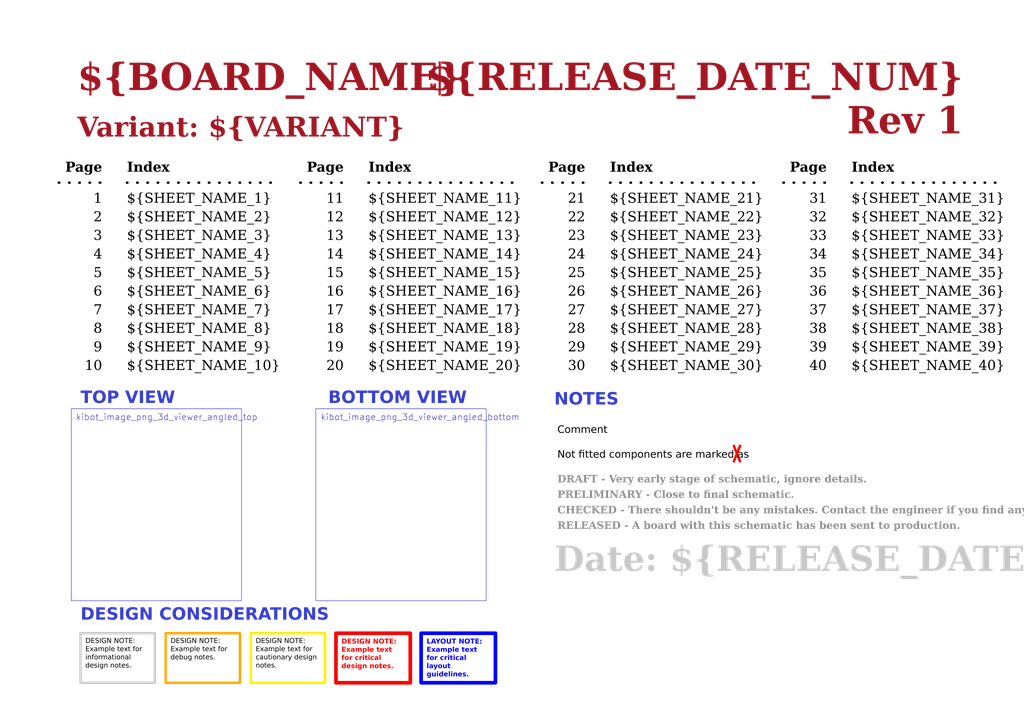
<source format=kicad_sch>
(kicad_sch
	(version 20250114)
	(generator "eeschema")
	(generator_version "9.0")
	(uuid "d5742f03-3b1a-42e5-a384-018bd4b919aa")
	(paper "A3")
	(title_block
		(title "Template")
		(date "2025-12-19")
		(rev "1")
		(company "${COMPANY}")
	)
	(lib_symbols)
	(text "Variant: ${VARIANT}"
		(exclude_from_sim no)
		(at 31.75 59.69 0)
		(effects
			(font
				(face "Times New Roman")
				(size 8 8)
				(thickness 1)
				(bold yes)
				(color 162 22 34 1)
			)
			(justify left bottom)
		)
		(uuid "000ea912-7563-47e5-be4a-8607b961f825")
	)
	(text "RELEASED - A board with this schematic has been sent to production."
		(exclude_from_sim no)
		(at 228.6 218.44 0)
		(effects
			(font
				(face "Times New Roman")
				(size 3 3)
				(thickness 0.6)
				(bold yes)
				(color 140 140 140 1)
			)
			(justify left bottom)
		)
		(uuid "03a9de87-2a7c-40cc-8949-62aed018c019")
	)
	(text "${SHEET_NAME_24}"
		(exclude_from_sim no)
		(at 250.19 107.95 0)
		(effects
			(font
				(face "Times New Roman")
				(size 4 4)
				(color 0 0 0 1)
			)
			(justify left bottom)
			(href "#24")
		)
		(uuid "04fbc6ba-89e3-4184-a4b7-fc2494e97db7")
	)
	(text "20"
		(exclude_from_sim no)
		(at 140.97 153.67 0)
		(effects
			(font
				(face "Times New Roman")
				(size 4 4)
				(color 0 0 0 1)
			)
			(justify right bottom)
			(href "#20")
		)
		(uuid "06737dca-d4ba-435b-b1f2-d66691a0395e")
	)
	(text "25"
		(exclude_from_sim no)
		(at 240.03 115.57 0)
		(effects
			(font
				(face "Times New Roman")
				(size 4 4)
				(color 0 0 0 1)
			)
			(justify right bottom)
			(href "#25")
		)
		(uuid "08a32c22-6c93-4ab9-b845-4fe7f3ebca4d")
	)
	(text "Index"
		(exclude_from_sim no)
		(at 250.19 72.39 0)
		(effects
			(font
				(face "Times New Roman")
				(size 4 4)
				(bold yes)
				(color 0 0 0 1)
			)
			(justify left bottom)
		)
		(uuid "092e98e3-7957-434d-bfdd-b05263750684")
	)
	(text "Page"
		(exclude_from_sim no)
		(at 339.09 72.39 0)
		(effects
			(font
				(face "Times New Roman")
				(size 4 4)
				(bold yes)
				(color 0 0 0 1)
			)
			(justify right bottom)
		)
		(uuid "0a07419b-7688-4fe8-adeb-f976a8f4a761")
	)
	(text "13"
		(exclude_from_sim no)
		(at 140.97 100.33 0)
		(effects
			(font
				(face "Times New Roman")
				(size 4 4)
				(color 0 0 0 1)
			)
			(justify right bottom)
			(href "#13")
		)
		(uuid "0b63ff41-ef0b-4d81-be02-d672d6e4da8d")
	)
	(text "33"
		(exclude_from_sim no)
		(at 339.09 100.33 0)
		(effects
			(font
				(face "Times New Roman")
				(size 4 4)
				(color 0 0 0 1)
			)
			(justify right bottom)
			(href "#33")
		)
		(uuid "1009d74b-dab5-4621-8c04-f00d978fa044")
	)
	(text "PRELIMINARY - Close to final schematic."
		(exclude_from_sim no)
		(at 228.6 205.74 0)
		(effects
			(font
				(face "Times New Roman")
				(size 3 3)
				(thickness 0.6)
				(bold yes)
				(color 140 140 140 1)
			)
			(justify left bottom)
		)
		(uuid "11442418-ba27-4cbf-a7e2-cc6ed9935eb1")
	)
	(text "${SHEET_NAME_22}"
		(exclude_from_sim no)
		(at 250.19 92.71 0)
		(effects
			(font
				(face "Times New Roman")
				(size 4 4)
				(color 0 0 0 1)
			)
			(justify left bottom)
			(href "#22")
		)
		(uuid "1344757b-e41f-4e80-947b-0a2035b4fce9")
	)
	(text "40"
		(exclude_from_sim no)
		(at 339.09 153.67 0)
		(effects
			(font
				(face "Times New Roman")
				(size 4 4)
				(color 0 0 0 1)
			)
			(justify right bottom)
			(href "#40")
		)
		(uuid "1b2709b1-c0f7-4254-8da7-5631857d3853")
	)
	(text "26"
		(exclude_from_sim no)
		(at 240.03 123.19 0)
		(effects
			(font
				(face "Times New Roman")
				(size 4 4)
				(color 0 0 0 1)
			)
			(justify right bottom)
			(href "#26")
		)
		(uuid "1bb2d49c-6a01-4c39-832a-e9c7a051f092")
	)
	(text "7"
		(exclude_from_sim no)
		(at 41.91 130.81 0)
		(effects
			(font
				(face "Times New Roman")
				(size 4 4)
				(color 0 0 0 1)
			)
			(justify right bottom)
			(href "#7")
		)
		(uuid "1c576109-caea-431e-8644-8543de749b79")
	)
	(text "11"
		(exclude_from_sim no)
		(at 140.97 85.09 0)
		(effects
			(font
				(face "Times New Roman")
				(size 4 4)
				(color 0 0 0 1)
			)
			(justify right bottom)
			(href "#11")
		)
		(uuid "22628abe-bb8c-4ca9-a559-3456e08ce477")
	)
	(text "DRAFT - Very early stage of schematic, ignore details."
		(exclude_from_sim no)
		(at 228.6 199.39 0)
		(effects
			(font
				(face "Times New Roman")
				(size 3 3)
				(thickness 0.6)
				(bold yes)
				(color 140 140 140 1)
			)
			(justify left bottom)
		)
		(uuid "23bcc4dd-d59d-4c05-b342-2d26db58b8da")
	)
	(text "28"
		(exclude_from_sim no)
		(at 240.03 138.43 0)
		(effects
			(font
				(face "Times New Roman")
				(size 4 4)
				(color 0 0 0 1)
			)
			(justify right bottom)
			(href "#28")
		)
		(uuid "2442a9e6-4622-4ba0-aee4-95e9a2355828")
	)
	(text "${SHEET_NAME_12}"
		(exclude_from_sim no)
		(at 151.13 92.71 0)
		(effects
			(font
				(face "Times New Roman")
				(size 4 4)
				(color 0 0 0 1)
			)
			(justify left bottom)
			(href "#12")
		)
		(uuid "26f0a480-abfd-4d9b-ac68-8bdfd526e094")
	)
	(text "${SHEET_NAME_8}"
		(exclude_from_sim no)
		(at 52.07 138.43 0)
		(effects
			(font
				(face "Times New Roman")
				(size 4 4)
				(color 0 0 0 1)
			)
			(justify left bottom)
			(href "#8")
		)
		(uuid "28b58a16-122b-49e8-afa7-48c2618dc53d")
	)
	(text "10"
		(exclude_from_sim no)
		(at 41.91 153.67 0)
		(effects
			(font
				(face "Times New Roman")
				(size 4 4)
				(color 0 0 0 1)
			)
			(justify right bottom)
			(href "#10")
		)
		(uuid "29df70b5-9e00-4105-9e4f-bc7dc20e3f72")
	)
	(text "${SHEET_NAME_2}"
		(exclude_from_sim no)
		(at 52.07 92.71 0)
		(effects
			(font
				(face "Times New Roman")
				(size 4 4)
				(color 0 0 0 1)
			)
			(justify left bottom)
			(href "#2")
		)
		(uuid "29fb83bd-9708-49c1-a835-3671e07a7b95")
	)
	(text "${SHEET_NAME_5}"
		(exclude_from_sim no)
		(at 52.07 115.57 0)
		(effects
			(font
				(face "Times New Roman")
				(size 4 4)
				(color 0 0 0 1)
			)
			(justify left bottom)
			(href "#5")
		)
		(uuid "2ac8cebd-4832-4e21-b843-d3261443e2b6")
	)
	(text "Index"
		(exclude_from_sim no)
		(at 349.25 72.39 0)
		(effects
			(font
				(face "Times New Roman")
				(size 4 4)
				(bold yes)
				(color 0 0 0 1)
			)
			(justify left bottom)
		)
		(uuid "2d20b110-4122-4bb3-85c6-52f89dff8d1f")
	)
	(text "31"
		(exclude_from_sim no)
		(at 339.09 85.09 0)
		(effects
			(font
				(face "Times New Roman")
				(size 4 4)
				(color 0 0 0 1)
			)
			(justify right bottom)
			(href "#31")
		)
		(uuid "2e769767-b079-43e5-b995-04b63f171ffa")
	)
	(text "${SHEET_NAME_20}"
		(exclude_from_sim no)
		(at 151.13 153.67 0)
		(effects
			(font
				(face "Times New Roman")
				(size 4 4)
				(color 0 0 0 1)
			)
			(justify left bottom)
			(href "#20")
		)
		(uuid "2ebc04cc-20ea-44c3-8fd2-b0fb93c45b42")
	)
	(text "Page"
		(exclude_from_sim no)
		(at 41.91 72.39 0)
		(effects
			(font
				(face "Times New Roman")
				(size 4 4)
				(bold yes)
				(color 0 0 0 1)
			)
			(justify right bottom)
		)
		(uuid "31a5a95f-a57b-403a-98da-2e1fbe2b2295")
	)
	(text "14"
		(exclude_from_sim no)
		(at 140.97 107.95 0)
		(effects
			(font
				(face "Times New Roman")
				(size 4 4)
				(color 0 0 0 1)
			)
			(justify right bottom)
			(href "#14")
		)
		(uuid "38a1da8c-a9d9-432f-9233-200e69e13b3a")
	)
	(text "${SHEET_NAME_23}"
		(exclude_from_sim no)
		(at 250.19 100.33 0)
		(effects
			(font
				(face "Times New Roman")
				(size 4 4)
				(color 0 0 0 1)
			)
			(justify left bottom)
			(href "#23")
		)
		(uuid "3946100b-591d-4e38-9079-fe42aa6dc626")
	)
	(text "Page"
		(exclude_from_sim no)
		(at 140.97 72.39 0)
		(effects
			(font
				(face "Times New Roman")
				(size 4 4)
				(bold yes)
				(color 0 0 0 1)
			)
			(justify right bottom)
		)
		(uuid "3e77b120-e346-455e-abaf-4a9c7d1682fd")
	)
	(text "${RELEASE_DATE_NUM}"
		(exclude_from_sim no)
		(at 394.97 41.91 0)
		(effects
			(font
				(face "Times New Roman")
				(size 11 11)
				(thickness 1)
				(bold yes)
				(color 162 22 34 1)
			)
			(justify right bottom)
		)
		(uuid "41e90dbf-cdb3-4f5b-b829-1b84a76a5924")
	)
	(text "24"
		(exclude_from_sim no)
		(at 240.03 107.95 0)
		(effects
			(font
				(face "Times New Roman")
				(size 4 4)
				(color 0 0 0 1)
			)
			(justify right bottom)
			(href "#24")
		)
		(uuid "49255cb5-4dcc-42be-a136-139aba5d7504")
	)
	(text "23"
		(exclude_from_sim no)
		(at 240.03 100.33 0)
		(effects
			(font
				(face "Times New Roman")
				(size 4 4)
				(color 0 0 0 1)
			)
			(justify right bottom)
			(href "#23")
		)
		(uuid "4a052e6c-e34b-452d-a22e-3979cd214786")
	)
	(text "1"
		(exclude_from_sim no)
		(at 41.91 85.09 0)
		(effects
			(font
				(face "Times New Roman")
				(size 4 4)
				(color 0 0 0 1)
			)
			(justify right bottom)
			(href "#1")
		)
		(uuid "4b0ed47a-9b59-42f0-a2af-ecaccf5a89c3")
	)
	(text "30"
		(exclude_from_sim no)
		(at 240.03 153.67 0)
		(effects
			(font
				(face "Times New Roman")
				(size 4 4)
				(color 0 0 0 1)
			)
			(justify right bottom)
			(href "#30")
		)
		(uuid "4e5b665c-4c27-411d-8242-f1249e25cce0")
	)
	(text "${SHEET_NAME_35}"
		(exclude_from_sim no)
		(at 349.25 115.57 0)
		(effects
			(font
				(face "Times New Roman")
				(size 4 4)
				(color 0 0 0 1)
			)
			(justify left bottom)
			(href "#35")
		)
		(uuid "4fefe87c-0c25-43e5-a3b2-18b15abe07e3")
	)
	(text "Not fitted components are marked as"
		(exclude_from_sim no)
		(at 228.6 189.23 0)
		(effects
			(font
				(face "Arial")
				(size 3 3)
				(color 0 0 0 1)
			)
			(justify left bottom)
		)
		(uuid "5135dbd7-df4e-46cd-8739-492cd009b1f6")
	)
	(text "${SHEET_NAME_11}"
		(exclude_from_sim no)
		(at 151.13 85.09 0)
		(effects
			(font
				(face "Times New Roman")
				(size 4 4)
				(color 0 0 0 1)
			)
			(justify left bottom)
			(href "#11")
		)
		(uuid "521b08c4-0bd9-4d68-80be-7478df8fbde9")
	)
	(text "32"
		(exclude_from_sim no)
		(at 339.09 92.71 0)
		(effects
			(font
				(face "Times New Roman")
				(size 4 4)
				(color 0 0 0 1)
			)
			(justify right bottom)
			(href "#32")
		)
		(uuid "53818ecd-325c-48e2-bb9d-ec3fb48f34c9")
	)
	(text "${SHEET_NAME_6}"
		(exclude_from_sim no)
		(at 52.07 123.19 0)
		(effects
			(font
				(face "Times New Roman")
				(size 4 4)
				(color 0 0 0 1)
			)
			(justify left bottom)
			(href "#6")
		)
		(uuid "58cf0eb5-a6da-463e-aeda-fbe87a3cd079")
	)
	(text "36"
		(exclude_from_sim no)
		(at 339.09 123.19 0)
		(effects
			(font
				(face "Times New Roman")
				(size 4 4)
				(color 0 0 0 1)
			)
			(justify right bottom)
			(href "#36")
		)
		(uuid "5dac577c-aef6-4b3c-9237-0c2b9f804fbc")
	)
	(text "${SHEET_NAME_37}"
		(exclude_from_sim no)
		(at 349.25 130.81 0)
		(effects
			(font
				(face "Times New Roman")
				(size 4 4)
				(color 0 0 0 1)
			)
			(justify left bottom)
			(href "#37")
		)
		(uuid "5f3a4b8b-6b33-42d9-ac5f-6e29aa22b302")
	)
	(text "35"
		(exclude_from_sim no)
		(at 339.09 115.57 0)
		(effects
			(font
				(face "Times New Roman")
				(size 4 4)
				(color 0 0 0 1)
			)
			(justify right bottom)
			(href "#35")
		)
		(uuid "644cbbc3-098e-4ecf-ac2f-be88f0d22361")
	)
	(text "${SHEET_NAME_26}"
		(exclude_from_sim no)
		(at 250.19 123.19 0)
		(effects
			(font
				(face "Times New Roman")
				(size 4 4)
				(color 0 0 0 1)
			)
			(justify left bottom)
			(href "#26")
		)
		(uuid "6a548554-e772-43f3-ba5d-01026d9a064a")
	)
	(text "${SHEET_NAME_36}"
		(exclude_from_sim no)
		(at 349.25 123.19 0)
		(effects
			(font
				(face "Times New Roman")
				(size 4 4)
				(color 0 0 0 1)
			)
			(justify left bottom)
			(href "#36")
		)
		(uuid "6b8d090b-e89a-4677-84e9-b64a5fead89e")
	)
	(text "Rev ${REVISION}"
		(exclude_from_sim no)
		(at 394.97 59.69 0)
		(effects
			(font
				(face "Times New Roman")
				(size 11 11)
				(thickness 1)
				(bold yes)
				(color 162 22 34 1)
			)
			(justify right bottom)
		)
		(uuid "6d1761f6-980b-4588-8313-1bd3d937c291")
	)
	(text "${SHEET_NAME_15}"
		(exclude_from_sim no)
		(at 151.13 115.57 0)
		(effects
			(font
				(face "Times New Roman")
				(size 4 4)
				(color 0 0 0 1)
			)
			(justify left bottom)
			(href "#15")
		)
		(uuid "6f858022-2996-4265-8d0d-5392f83665ac")
	)
	(text "CHECKED - There shouldn't be any mistakes. Contact the engineer if you find any."
		(exclude_from_sim no)
		(at 228.6 212.09 0)
		(effects
			(font
				(face "Times New Roman")
				(size 3 3)
				(thickness 0.6)
				(bold yes)
				(color 140 140 140 1)
			)
			(justify left bottom)
		)
		(uuid "701d40a5-7fcc-4d35-a582-e3de3695524c")
	)
	(text "BOTTOM VIEW"
		(exclude_from_sim no)
		(at 134.62 167.64 0)
		(effects
			(font
				(face "Arial")
				(size 5 5)
				(bold yes)
				(color 53 60 207 1)
			)
			(justify left bottom)
		)
		(uuid "703db123-558f-4f87-9ff5-c08a220fcdc6")
	)
	(text "${SHEET_NAME_14}"
		(exclude_from_sim no)
		(at 151.13 107.95 0)
		(effects
			(font
				(face "Times New Roman")
				(size 4 4)
				(color 0 0 0 1)
			)
			(justify left bottom)
			(href "#14")
		)
		(uuid "72182600-e68c-43f8-9305-59c8d8dbdc8c")
	)
	(text "${SHEET_NAME_21}"
		(exclude_from_sim no)
		(at 250.19 85.09 0)
		(effects
			(font
				(face "Times New Roman")
				(size 4 4)
				(color 0 0 0 1)
			)
			(justify left bottom)
			(href "#21")
		)
		(uuid "72cf7e48-8628-4785-b42d-ebcc097e0da2")
	)
	(text "12"
		(exclude_from_sim no)
		(at 140.97 92.71 0)
		(effects
			(font
				(face "Times New Roman")
				(size 4 4)
				(color 0 0 0 1)
			)
			(justify right bottom)
			(href "#12")
		)
		(uuid "75d0a1ef-aac5-4003-9e33-aca70ed59023")
	)
	(text "2"
		(exclude_from_sim no)
		(at 41.91 92.71 0)
		(effects
			(font
				(face "Times New Roman")
				(size 4 4)
				(color 0 0 0 1)
			)
			(justify right bottom)
			(href "#2")
		)
		(uuid "761d5be9-e72f-40b6-b87c-29a6aedc1cd0")
	)
	(text "3"
		(exclude_from_sim no)
		(at 41.91 100.33 0)
		(effects
			(font
				(face "Times New Roman")
				(size 4 4)
				(color 0 0 0 1)
			)
			(justify right bottom)
			(href "#3")
		)
		(uuid "7e0f51ce-8c6b-42f9-82d1-98045fd01389")
	)
	(text "${SHEET_NAME_17}"
		(exclude_from_sim no)
		(at 151.13 130.81 0)
		(effects
			(font
				(face "Times New Roman")
				(size 4 4)
				(color 0 0 0 1)
			)
			(justify left bottom)
			(href "#17")
		)
		(uuid "7eaebe1b-e206-4517-a346-0f3f402aebc2")
	)
	(text "37"
		(exclude_from_sim no)
		(at 339.09 130.81 0)
		(effects
			(font
				(face "Times New Roman")
				(size 4 4)
				(color 0 0 0 1)
			)
			(justify right bottom)
			(href "#37")
		)
		(uuid "7f350ec2-91bd-412b-bb17-e3550be6b6fc")
	)
	(text "29"
		(exclude_from_sim no)
		(at 240.03 146.05 0)
		(effects
			(font
				(face "Times New Roman")
				(size 4 4)
				(color 0 0 0 1)
			)
			(justify right bottom)
			(href "#29")
		)
		(uuid "82c607a8-c0a1-4069-b837-ce96dd0eb2bb")
	)
	(text "21"
		(exclude_from_sim no)
		(at 240.03 85.09 0)
		(effects
			(font
				(face "Times New Roman")
				(size 4 4)
				(color 0 0 0 1)
			)
			(justify right bottom)
			(href "#21")
		)
		(uuid "84a2fca0-fdc8-451e-ba92-d21bfe34f79c")
	)
	(text "${SHEET_NAME_18}"
		(exclude_from_sim no)
		(at 151.13 138.43 0)
		(effects
			(font
				(face "Times New Roman")
				(size 4 4)
				(color 0 0 0 1)
			)
			(justify left bottom)
			(href "#18")
		)
		(uuid "861c9b1c-f3f7-4abd-84e4-7e4ecba3dc9e")
	)
	(text "Date: ${RELEASE_DATE}"
		(exclude_from_sim no)
		(at 227.33 238.76 0)
		(effects
			(font
				(face "Times New Roman")
				(size 10.16 10.16)
				(thickness 0.6)
				(bold yes)
				(color 200 200 200 1)
			)
			(justify left bottom)
		)
		(uuid "87564db8-be77-4805-a256-abae1e9d7c5b")
	)
	(text "27"
		(exclude_from_sim no)
		(at 240.03 130.81 0)
		(effects
			(font
				(face "Times New Roman")
				(size 4 4)
				(color 0 0 0 1)
			)
			(justify right bottom)
			(href "#27")
		)
		(uuid "87fa597a-67b4-46be-afa2-208d91b20ddd")
	)
	(text "${SHEET_NAME_7}"
		(exclude_from_sim no)
		(at 52.07 130.81 0)
		(effects
			(font
				(face "Times New Roman")
				(size 4 4)
				(color 0 0 0 1)
			)
			(justify left bottom)
			(href "#7")
		)
		(uuid "89dd6e8c-069a-4815-966a-9a118eca524b")
	)
	(text "${SHEET_NAME_31}"
		(exclude_from_sim no)
		(at 349.25 85.09 0)
		(effects
			(font
				(face "Times New Roman")
				(size 4 4)
				(color 0 0 0 1)
			)
			(justify left bottom)
			(href "#31")
		)
		(uuid "8a503a63-fb6c-4df5-a6fc-bc8076c7c001")
	)
	(text "5"
		(exclude_from_sim no)
		(at 41.91 115.57 0)
		(effects
			(font
				(face "Times New Roman")
				(size 4 4)
				(color 0 0 0 1)
			)
			(justify right bottom)
			(href "#5")
		)
		(uuid "8b821864-881a-4cb0-856b-2d9a97f6404e")
	)
	(text "${BOARD_NAME}"
		(exclude_from_sim no)
		(at 31.75 41.91 0)
		(effects
			(font
				(face "Times New Roman")
				(size 11 11)
				(thickness 1)
				(bold yes)
				(color 162 22 34 1)
			)
			(justify left bottom)
		)
		(uuid "8cf431a6-8908-4048-b4aa-271da433a961")
	)
	(text "NOTES"
		(exclude_from_sim no)
		(at 227.33 168.275 0)
		(effects
			(font
				(face "Arial")
				(size 5 5)
				(bold yes)
				(color 53 60 207 1)
			)
			(justify left bottom)
		)
		(uuid "8e0f503c-d18d-404c-84d2-434629c63a09")
	)
	(text "${SHEET_NAME_40}"
		(exclude_from_sim no)
		(at 349.25 153.67 0)
		(effects
			(font
				(face "Times New Roman")
				(size 4 4)
				(color 0 0 0 1)
			)
			(justify left bottom)
			(href "#40")
		)
		(uuid "932682d2-768a-4ce2-8f74-01d2dff2d205")
	)
	(text "18"
		(exclude_from_sim no)
		(at 140.97 138.43 0)
		(effects
			(font
				(face "Times New Roman")
				(size 4 4)
				(color 0 0 0 1)
			)
			(justify right bottom)
			(href "#18")
		)
		(uuid "947e5fec-ce7e-4c5c-82f3-37357af6847d")
	)
	(text "Index"
		(exclude_from_sim no)
		(at 151.13 72.39 0)
		(effects
			(font
				(face "Times New Roman")
				(size 4 4)
				(bold yes)
				(color 0 0 0 1)
			)
			(justify left bottom)
		)
		(uuid "97025432-9170-4ff8-8e9c-fb0b93788c7e")
	)
	(text "${SHEET_NAME_39}"
		(exclude_from_sim no)
		(at 349.25 146.05 0)
		(effects
			(font
				(face "Times New Roman")
				(size 4 4)
				(color 0 0 0 1)
			)
			(justify left bottom)
			(href "#39")
		)
		(uuid "9b659720-c6a5-452d-8e4b-d10969349253")
	)
	(text "${SHEET_NAME_32}"
		(exclude_from_sim no)
		(at 349.25 92.71 0)
		(effects
			(font
				(face "Times New Roman")
				(size 4 4)
				(color 0 0 0 1)
			)
			(justify left bottom)
			(href "#32")
		)
		(uuid "a1062a1d-8c7d-434b-8e41-f018a76ce75c")
	)
	(text "17"
		(exclude_from_sim no)
		(at 140.97 130.81 0)
		(effects
			(font
				(face "Times New Roman")
				(size 4 4)
				(color 0 0 0 1)
			)
			(justify right bottom)
			(href "#17")
		)
		(uuid "a9d84c05-5f8c-4dbb-9619-711f551866b8")
	)
	(text "${SHEET_NAME_1}"
		(exclude_from_sim no)
		(at 52.07 85.09 0)
		(effects
			(font
				(face "Times New Roman")
				(size 4 4)
				(color 0 0 0 1)
			)
			(justify left bottom)
			(href "#1")
		)
		(uuid "afc0bb31-890a-4961-a87a-e0895bcdf665")
	)
	(text "${SHEET_NAME_9}"
		(exclude_from_sim no)
		(at 52.07 146.05 0)
		(effects
			(font
				(face "Times New Roman")
				(size 4 4)
				(color 0 0 0 1)
			)
			(justify left bottom)
			(href "#9")
		)
		(uuid "b5ff3e63-17a3-45d1-8810-34d8d7fe669a")
	)
	(text "${SHEET_NAME_38}"
		(exclude_from_sim no)
		(at 349.25 138.43 0)
		(effects
			(font
				(face "Times New Roman")
				(size 4 4)
				(color 0 0 0 1)
			)
			(justify left bottom)
			(href "#38")
		)
		(uuid "b69e0f14-9732-46c9-88d6-21c0fc2c6a07")
	)
	(text "8"
		(exclude_from_sim no)
		(at 41.91 138.43 0)
		(effects
			(font
				(face "Times New Roman")
				(size 4 4)
				(color 0 0 0 1)
			)
			(justify right bottom)
			(href "#8")
		)
		(uuid "bc946718-a2ab-40c8-8097-9c7e05954e3f")
	)
	(text "${SHEET_NAME_29}"
		(exclude_from_sim no)
		(at 250.19 146.05 0)
		(effects
			(font
				(face "Times New Roman")
				(size 4 4)
				(color 0 0 0 1)
			)
			(justify left bottom)
			(href "#29")
		)
		(uuid "bd1c778b-6b29-4b16-9eff-22de4e335241")
	)
	(text "16"
		(exclude_from_sim no)
		(at 140.97 123.19 0)
		(effects
			(font
				(face "Times New Roman")
				(size 4 4)
				(color 0 0 0 1)
			)
			(justify right bottom)
			(href "#16")
		)
		(uuid "bf5fa6d6-b99b-4e2a-8d79-716b5f8f7abf")
	)
	(text "${SHEET_NAME_34}"
		(exclude_from_sim no)
		(at 349.25 107.95 0)
		(effects
			(font
				(face "Times New Roman")
				(size 4 4)
				(color 0 0 0 1)
			)
			(justify left bottom)
			(href "#34")
		)
		(uuid "c1d78a38-10ea-4159-8081-409282f45a7b")
	)
	(text "${SHEET_NAME_16}"
		(exclude_from_sim no)
		(at 151.13 123.19 0)
		(effects
			(font
				(face "Times New Roman")
				(size 4 4)
				(color 0 0 0 1)
			)
			(justify left bottom)
			(href "#16")
		)
		(uuid "c400b0a7-a930-450f-bf64-22d3913219ae")
	)
	(text "${SHEET_NAME_3}"
		(exclude_from_sim no)
		(at 52.07 100.33 0)
		(effects
			(font
				(face "Times New Roman")
				(size 4 4)
				(color 0 0 0 1)
			)
			(justify left bottom)
			(href "#3")
		)
		(uuid "c47fb2b3-a3ce-4ab0-8283-8dc8a58975c2")
	)
	(text "${SHEET_NAME_19}"
		(exclude_from_sim no)
		(at 151.13 146.05 0)
		(effects
			(font
				(face "Times New Roman")
				(size 4 4)
				(color 0 0 0 1)
			)
			(justify left bottom)
			(href "#19")
		)
		(uuid "c67f1741-9f9b-4afd-9d0e-53f95cc87e3f")
	)
	(text "39"
		(exclude_from_sim no)
		(at 339.09 146.05 0)
		(effects
			(font
				(face "Times New Roman")
				(size 4 4)
				(color 0 0 0 1)
			)
			(justify right bottom)
			(href "#39")
		)
		(uuid "c70c3e5e-4d3f-4182-9ae5-10ba4deb3184")
	)
	(text "Page"
		(exclude_from_sim no)
		(at 240.03 72.39 0)
		(effects
			(font
				(face "Times New Roman")
				(size 4 4)
				(bold yes)
				(color 0 0 0 1)
			)
			(justify right bottom)
		)
		(uuid "c7960137-7711-4ffe-94cf-8be0bcb30b2c")
	)
	(text "Comment"
		(exclude_from_sim no)
		(at 228.6 179.07 0)
		(effects
			(font
				(face "Arial")
				(size 3 3)
				(color 0 0 0 1)
			)
			(justify left bottom)
		)
		(uuid "cd70c2d3-2fc1-43f3-bef3-88f512b1207b")
	)
	(text "TOP VIEW"
		(exclude_from_sim no)
		(at 33.02 167.64 0)
		(effects
			(font
				(face "Arial")
				(size 5 5)
				(bold yes)
				(color 53 60 207 1)
			)
			(justify left bottom)
		)
		(uuid "ce023428-5906-4952-b62a-b62507403698")
	)
	(text "34"
		(exclude_from_sim no)
		(at 339.09 107.95 0)
		(effects
			(font
				(face "Times New Roman")
				(size 4 4)
				(color 0 0 0 1)
			)
			(justify right bottom)
			(href "#34")
		)
		(uuid "d3189638-1afe-44da-8649-12ada9035b76")
	)
	(text "${SHEET_NAME_10}"
		(exclude_from_sim no)
		(at 52.07 153.67 0)
		(effects
			(font
				(face "Times New Roman")
				(size 4 4)
				(color 0 0 0 1)
			)
			(justify left bottom)
			(href "#10")
		)
		(uuid "d794f70b-0900-43e4-9530-3b5babcc433e")
	)
	(text "Index"
		(exclude_from_sim no)
		(at 52.07 72.39 0)
		(effects
			(font
				(face "Times New Roman")
				(size 4 4)
				(bold yes)
				(color 0 0 0 1)
			)
			(justify left bottom)
		)
		(uuid "e26ac9c4-c495-4cb1-ac42-54859d23390e")
	)
	(text "22"
		(exclude_from_sim no)
		(at 240.03 92.71 0)
		(effects
			(font
				(face "Times New Roman")
				(size 4 4)
				(color 0 0 0 1)
			)
			(justify right bottom)
			(href "#22")
		)
		(uuid "e464589f-dbb4-4402-a897-ab7ace77ceac")
	)
	(text "19"
		(exclude_from_sim no)
		(at 140.97 146.05 0)
		(effects
			(font
				(face "Times New Roman")
				(size 4 4)
				(color 0 0 0 1)
			)
			(justify right bottom)
			(href "#19")
		)
		(uuid "e62751b9-589e-4651-9101-35d4946b6768")
	)
	(text "${SHEET_NAME_28}"
		(exclude_from_sim no)
		(at 250.19 138.43 0)
		(effects
			(font
				(face "Times New Roman")
				(size 4 4)
				(color 0 0 0 1)
			)
			(justify left bottom)
			(href "#28")
		)
		(uuid "e679e400-fb5c-43a2-bfd2-0dcd93a17a1a")
	)
	(text "${SHEET_NAME_13}"
		(exclude_from_sim no)
		(at 151.13 100.33 0)
		(effects
			(font
				(face "Times New Roman")
				(size 4 4)
				(color 0 0 0 1)
			)
			(justify left bottom)
			(href "#13")
		)
		(uuid "e6900504-0ef7-479b-92ed-1bc93bd1281c")
	)
	(text "6"
		(exclude_from_sim no)
		(at 41.91 123.19 0)
		(effects
			(font
				(face "Times New Roman")
				(size 4 4)
				(color 0 0 0 1)
			)
			(justify right bottom)
			(href "#6")
		)
		(uuid "ea04c009-8a6e-4df8-a10e-287d81493227")
	)
	(text "15"
		(exclude_from_sim no)
		(at 140.97 115.57 0)
		(effects
			(font
				(face "Times New Roman")
				(size 4 4)
				(color 0 0 0 1)
			)
			(justify right bottom)
			(href "#15")
		)
		(uuid "eac1b517-2ecd-430e-b5b5-e084b3378285")
	)
	(text "${SHEET_NAME_27}"
		(exclude_from_sim no)
		(at 250.19 130.81 0)
		(effects
			(font
				(face "Times New Roman")
				(size 4 4)
				(color 0 0 0 1)
			)
			(justify left bottom)
			(href "#27")
		)
		(uuid "f1b2ac77-8d21-44ea-98ed-905cdacdbace")
	)
	(text "38"
		(exclude_from_sim no)
		(at 339.09 138.43 0)
		(effects
			(font
				(face "Times New Roman")
				(size 4 4)
				(color 0 0 0 1)
			)
			(justify right bottom)
			(href "#38")
		)
		(uuid "f2e05e86-1996-40cc-90aa-23adafc3587e")
	)
	(text "${SHEET_NAME_4}"
		(exclude_from_sim no)
		(at 52.07 107.95 0)
		(effects
			(font
				(face "Times New Roman")
				(size 4 4)
				(color 0 0 0 1)
			)
			(justify left bottom)
			(href "#4")
		)
		(uuid "f38b3e41-64f1-4162-9fc3-42a2ad6ca733")
	)
	(text "9"
		(exclude_from_sim no)
		(at 41.91 146.05 0)
		(effects
			(font
				(face "Times New Roman")
				(size 4 4)
				(color 0 0 0 1)
			)
			(justify right bottom)
			(href "#9")
		)
		(uuid "f5bbe170-3943-4a40-9782-9cbd23ca5c03")
	)
	(text "${SHEET_NAME_33}"
		(exclude_from_sim no)
		(at 349.25 100.33 0)
		(effects
			(font
				(face "Times New Roman")
				(size 4 4)
				(color 0 0 0 1)
			)
			(justify left bottom)
			(href "#33")
		)
		(uuid "f879701f-b24c-4cea-9a39-bc4c0256418b")
	)
	(text "${SHEET_NAME_30}"
		(exclude_from_sim no)
		(at 250.19 153.67 0)
		(effects
			(font
				(face "Times New Roman")
				(size 4 4)
				(color 0 0 0 1)
			)
			(justify left bottom)
			(href "#30")
		)
		(uuid "f92e3186-6b58-461a-bb76-e9302812a57d")
	)
	(text "4"
		(exclude_from_sim no)
		(at 41.91 107.95 0)
		(effects
			(font
				(face "Times New Roman")
				(size 4 4)
				(color 0 0 0 1)
			)
			(justify right bottom)
			(href "#4")
		)
		(uuid "f9755639-0775-4570-b6a2-9829625b15ba")
	)
	(text "${SHEET_NAME_25}"
		(exclude_from_sim no)
		(at 250.19 115.57 0)
		(effects
			(font
				(face "Times New Roman")
				(size 4 4)
				(color 0 0 0 1)
			)
			(justify left bottom)
			(href "#25")
		)
		(uuid "fa27d78d-b2a9-4762-a3f3-e3c37db14fec")
	)
	(text "DESIGN CONSIDERATIONS"
		(exclude_from_sim no)
		(at 33.02 256.54 0)
		(effects
			(font
				(face "Arial")
				(size 5 5)
				(bold yes)
				(color 53 60 207 1)
			)
			(justify left bottom)
		)
		(uuid "faea8a5f-3a8f-49cb-9832-569be941b06b")
	)
	(text_box "DESIGN NOTE:\nExample text for cautionary design notes."
		(exclude_from_sim no)
		(at 102.87 259.715 0)
		(size 30.48 20.32)
		(margins 2 2 2 2)
		(stroke
			(width 1)
			(type solid)
			(color 250 236 0 1)
		)
		(fill
			(type none)
		)
		(effects
			(font
				(face "Arial")
				(size 2 2)
				(color 0 0 0 1)
			)
			(justify left top)
		)
		(uuid "14407e09-ee6c-4b22-86d1-36d73a33e664")
	)
	(text_box "DESIGN NOTE:\nExample text for debug notes."
		(exclude_from_sim no)
		(at 67.945 259.715 0)
		(size 30.48 20.32)
		(margins 2 2 2 2)
		(stroke
			(width 1)
			(type solid)
			(color 255 165 0 1)
		)
		(fill
			(type none)
		)
		(effects
			(font
				(face "Arial")
				(size 2 2)
				(color 0 0 0 1)
			)
			(justify left top)
		)
		(uuid "1499d9a9-9f29-4929-8df7-74d84823ddfb")
	)
	(text_box "DESIGN NOTE:\nExample text for critical design notes."
		(exclude_from_sim no)
		(at 137.795 259.715 0)
		(size 30.48 20.32)
		(margins 2.25 2.25 2.25 2.25)
		(stroke
			(width 1.5)
			(type solid)
			(color 255 0 0 1)
		)
		(fill
			(type none)
		)
		(effects
			(font
				(face "Arial")
				(size 2 2)
				(thickness 0.4)
				(bold yes)
				(color 255 0 0 1)
			)
			(justify left top)
		)
		(uuid "1c311692-d683-4cdf-ac31-77bcdd4c4b39")
	)
	(text_box "LAYOUT NOTE:\nExample text for critical layout guidelines."
		(exclude_from_sim no)
		(at 172.72 259.715 0)
		(size 30.48 20.32)
		(margins 2.25 2.25 2.25 2.25)
		(stroke
			(width 1.5)
			(type solid)
			(color 0 0 255 1)
		)
		(fill
			(type none)
		)
		(effects
			(font
				(face "Arial")
				(size 2 2)
				(thickness 0.4)
				(bold yes)
				(color 0 0 255 1)
			)
			(justify left top)
		)
		(uuid "2efa106d-749e-4c2c-a05c-8429f99997c2")
	)
	(text_box "kibot_image_png_3d_viewer_angled_bottom"
		(exclude_from_sim no)
		(at 129.54 167.64 0)
		(size 69.85 78.74)
		(margins 1.905 1.905 1.905 1.905)
		(stroke
			(width 0)
			(type default)
		)
		(fill
			(type none)
		)
		(effects
			(font
				(size 2.54 2.54)
			)
			(justify left top)
		)
		(uuid "33c3f6da-ba9e-4d58-9257-d85394a72b7b")
	)
	(text_box "DESIGN NOTE:\nExample text for informational design notes."
		(exclude_from_sim no)
		(at 33.02 259.715 0)
		(size 30.48 20.32)
		(margins 2 2 2 2)
		(stroke
			(width 1)
			(type solid)
			(color 200 200 200 1)
		)
		(fill
			(type none)
		)
		(effects
			(font
				(face "Arial")
				(size 2 2)
				(color 0 0 0 1)
			)
			(justify left top)
		)
		(uuid "5018a9e1-9f76-429f-8094-85eee2236cda")
	)
	(text_box "kibot_image_png_3d_viewer_angled_top"
		(exclude_from_sim no)
		(at 29.21 167.64 0)
		(size 69.85 78.74)
		(margins 1.905 1.905 1.905 1.905)
		(stroke
			(width 0)
			(type default)
		)
		(fill
			(type none)
		)
		(effects
			(font
				(size 2.54 2.54)
			)
			(justify left top)
		)
		(uuid "62b01781-ae4a-4e68-9a17-1436f3c897e5")
	)
	(polyline
		(pts
			(xy 52.07 74.93) (xy 113.03 74.93)
		)
		(stroke
			(width 1)
			(type dot)
			(color 0 0 0 1)
		)
		(uuid "0b94fcf5-1891-4585-9535-4e190090991a")
	)
	(polyline
		(pts
			(xy 250.19 74.93) (xy 311.15 74.93)
		)
		(stroke
			(width 1)
			(type dot)
			(color 0 0 0 1)
		)
		(uuid "0cbe4bf1-21dd-46d5-8d33-b4a3f92e1064")
	)
	(polyline
		(pts
			(xy 300.99 182.88) (xy 303.53 189.23)
		)
		(stroke
			(width 1)
			(type default)
			(color 255 0 0 1)
		)
		(uuid "3799b615-bea5-4cb3-b9a2-2785865702a8")
	)
	(polyline
		(pts
			(xy 151.13 74.93) (xy 212.09 74.93)
		)
		(stroke
			(width 1)
			(type dot)
			(color 0 0 0 1)
		)
		(uuid "47e4f34a-6663-4f9a-acb3-7cf4eb159994")
	)
	(polyline
		(pts
			(xy 222.25 74.93) (xy 240.03 74.93)
		)
		(stroke
			(width 1)
			(type dot)
			(color 0 0 0 1)
		)
		(uuid "65b7519a-f480-42a3-926a-07bd8b620575")
	)
	(polyline
		(pts
			(xy 123.19 74.93) (xy 140.97 74.93)
		)
		(stroke
			(width 1)
			(type dot)
			(color 0 0 0 1)
		)
		(uuid "722439e6-abb9-4522-8594-b3181b0d9f4e")
	)
	(polyline
		(pts
			(xy 321.31 74.93) (xy 339.09 74.93)
		)
		(stroke
			(width 1)
			(type dot)
			(color 0 0 0 1)
		)
		(uuid "936e6872-8058-45c0-a0bd-58f432e24b1a")
	)
	(polyline
		(pts
			(xy 24.13 74.93) (xy 41.91 74.93)
		)
		(stroke
			(width 1)
			(type dot)
			(color 0 0 0 1)
		)
		(uuid "a3703ec8-87d6-4c32-a8ca-249d86e6160c")
	)
	(polyline
		(pts
			(xy 303.53 182.88) (xy 300.99 189.23)
		)
		(stroke
			(width 1)
			(type default)
			(color 255 0 0 1)
		)
		(uuid "d1a06d73-e78a-446f-b9d8-0d5c726588d3")
	)
	(polyline
		(pts
			(xy 349.25 74.93) (xy 410.21 74.93)
		)
		(stroke
			(width 1)
			(type dot)
			(color 0 0 0 1)
		)
		(uuid "dee96870-b977-4804-a805-318fe8afe5f2")
	)
	(sheet
		(at 306.07 326.39)
		(size 35.56 5.08)
		(exclude_from_sim no)
		(in_bom yes)
		(on_board yes)
		(dnp no)
		(stroke
			(width 0.1524)
			(type solid)
		)
		(fill
			(color 0 0 0 0.0000)
		)
		(uuid "41d90350-625c-40a5-8e73-4cf5e8e03642")
		(property "Sheetname" "Interface - Tree"
			(at 306.07 325.6784 0)
			(effects
				(font
					(face "Times New Roman")
					(size 1.905 1.905)
					(thickness 0.3556)
					(bold yes)
					(color 0 0 0 1)
				)
				(justify left bottom)
			)
		)
		(property "Sheetfile" "Interface-Tree.kicad_sch"
			(at 306.324 327.66 0)
			(effects
				(font
					(size 1.27 1.27)
				)
				(justify left top)
			)
		)
		(instances
			(project "Mainboard"
				(path "/d5742f03-3b1a-42e5-a384-018bd4b919aa"
					(page "5")
				)
			)
		)
	)
	(sheet
		(at 346.71 314.96)
		(size 35.56 5.08)
		(exclude_from_sim no)
		(in_bom yes)
		(on_board yes)
		(dnp no)
		(stroke
			(width 0.1524)
			(type solid)
		)
		(fill
			(color 0 0 0 0.0000)
		)
		(uuid "5fb05893-0da3-4f58-a52b-cb6d6f4cb80b")
		(property "Sheetname" "Power - Sequencing"
			(at 346.71 313.9309 0)
			(effects
				(font
					(face "Times New Roman")
					(size 1.905 1.905)
					(bold yes)
					(color 0 0 0 1)
				)
				(justify left bottom)
			)
		)
		(property "Sheetfile" "Power - Sequencing.kicad_sch"
			(at 347.98 316.23 0)
			(effects
				(font
					(face "Arial")
					(size 1.27 1.27)
				)
				(justify left top)
			)
		)
		(instances
			(project "KDT_Hierarchical_KiBot"
				(path "/f9e05184-c88b-4a88-ae9c-ab2bdb32be7c"
					(page "6")
				)
			)
			(project "Mainboard"
				(path "/d5742f03-3b1a-42e5-a384-018bd4b919aa"
					(page "4")
				)
			)
		)
	)
	(sheet
		(at 346.71 303.53)
		(size 35.56 5.08)
		(exclude_from_sim no)
		(in_bom yes)
		(on_board yes)
		(dnp no)
		(stroke
			(width 0)
			(type solid)
		)
		(fill
			(color 0 0 0 0.0000)
		)
		(uuid "6e125bd6-2f99-4e5d-b3ea-4899f4540739")
		(property "Sheetname" "Revision History"
			(at 346.71 302.26 0)
			(effects
				(font
					(face "Times New Roman")
					(size 1.905 1.905)
					(bold yes)
					(color 0 0 0 1)
				)
				(justify left bottom)
			)
		)
		(property "Sheetfile" "Revision History.kicad_sch"
			(at 347.345 304.8 0)
			(effects
				(font
					(face "Arial")
					(size 1.27 1.27)
				)
				(justify left top)
			)
		)
		(instances
			(project "KDT_Hierarchical_KiBot"
				(path "/f9e05184-c88b-4a88-ae9c-ab2bdb32be7c"
					(page "7")
				)
			)
			(project "Mainboard"
				(path "/d5742f03-3b1a-42e5-a384-018bd4b919aa"
					(page "15")
				)
			)
		)
	)
	(sheet
		(at 306.07 303.53)
		(size 35.56 5.08)
		(exclude_from_sim no)
		(in_bom yes)
		(on_board yes)
		(dnp no)
		(stroke
			(width 0.1524)
			(type solid)
		)
		(fill
			(color 0 0 0 0.0000)
		)
		(uuid "82da9dbf-ba38-4d08-ba35-a220fa2963b1")
		(property "Sheetname" "Block Diagram"
			(at 306.07 302.5009 0)
			(effects
				(font
					(face "Times New Roman")
					(size 1.905 1.905)
					(bold yes)
					(color 0 0 0 1)
				)
				(justify left bottom)
			)
		)
		(property "Sheetfile" "Block Diagram.kicad_sch"
			(at 307.34 304.8 0)
			(effects
				(font
					(face "Arial")
					(size 1.27 1.27)
				)
				(justify left top)
			)
		)
		(instances
			(project "KDT_Hierarchical_KiBot"
				(path "/f9e05184-c88b-4a88-ae9c-ab2bdb32be7c"
					(page "2")
				)
			)
			(project "Mainboard"
				(path "/d5742f03-3b1a-42e5-a384-018bd4b919aa"
					(page "2")
				)
			)
		)
	)
	(sheet
		(at 346.71 326.39)
		(size 35.56 5.08)
		(exclude_from_sim no)
		(in_bom yes)
		(on_board yes)
		(dnp no)
		(stroke
			(width 0.1524)
			(type solid)
		)
		(fill
			(color 0 0 0 0.0000)
		)
		(uuid "c5103ceb-5325-4a84-a025-9638a412984e")
		(property "Sheetname" "Project Architecture"
			(at 346.71 325.3609 0)
			(effects
				(font
					(face "Times New Roman")
					(size 1.905 1.905)
					(bold yes)
					(color 0 0 0 1)
				)
				(justify left bottom)
			)
		)
		(property "Sheetfile" "Project Architecture.kicad_sch"
			(at 347.98 327.66 0)
			(effects
				(font
					(face "Arial")
					(size 1.27 1.27)
				)
				(justify left top)
			)
		)
		(instances
			(project "KDT_Hierarchical_KiBot"
				(path "/f9e05184-c88b-4a88-ae9c-ab2bdb32be7c"
					(page "3")
				)
			)
			(project "Mainboard"
				(path "/d5742f03-3b1a-42e5-a384-018bd4b919aa"
					(page "6")
				)
			)
		)
	)
	(sheet
		(at 306.07 314.96)
		(size 35.56 5.08)
		(exclude_from_sim no)
		(in_bom yes)
		(on_board yes)
		(dnp no)
		(stroke
			(width 0.1524)
			(type solid)
		)
		(fill
			(color 0 0 0 0.0000)
		)
		(uuid "d997d29b-5865-4812-975d-af678b9a12da")
		(property "Sheetname" "Power - Topology"
			(at 306.07 314.2484 0)
			(effects
				(font
					(face "Times New Roman")
					(size 1.905 1.905)
					(thickness 0.3556)
					(bold yes)
					(color 0 0 0 1)
				)
				(justify left bottom)
			)
		)
		(property "Sheetfile" "Power - Topology.kicad_sch"
			(at 306.324 316.23 0)
			(effects
				(font
					(size 1.27 1.27)
				)
				(justify left top)
			)
		)
		(instances
			(project "Mainboard"
				(path "/d5742f03-3b1a-42e5-a384-018bd4b919aa"
					(page "3")
				)
			)
		)
	)
	(sheet_instances
		(path "/"
			(page "1")
		)
	)
	(embedded_fonts no)
)

</source>
